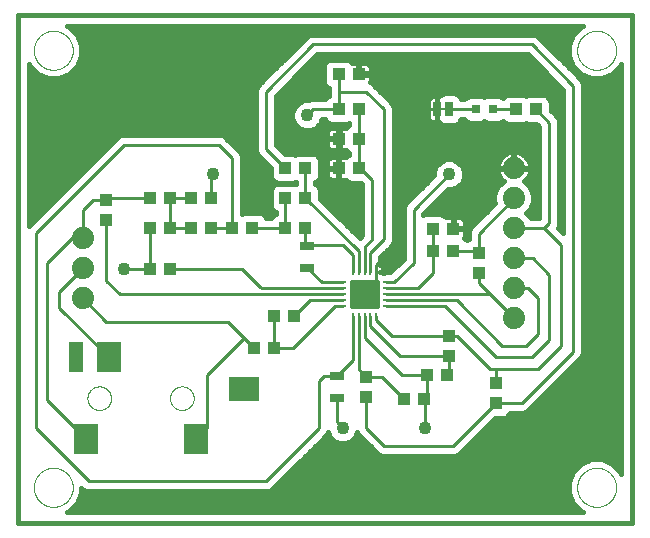
<source format=gtl>
G75*
%MOIN*%
%OFA0B0*%
%FSLAX25Y25*%
%IPPOS*%
%LPD*%
%AMOC8*
5,1,8,0,0,1.08239X$1,22.5*
%
%ADD10C,0.01600*%
%ADD11R,0.03937X0.04331*%
%ADD12R,0.04331X0.03937*%
%ADD13R,0.04724X0.03150*%
%ADD14R,0.03150X0.03150*%
%ADD15C,0.07400*%
%ADD16R,0.07874X0.09843*%
%ADD17R,0.09843X0.07874*%
%ADD18R,0.04724X0.09843*%
%ADD19C,0.00000*%
%ADD20C,0.00800*%
%ADD21R,0.02500X0.05000*%
%ADD22R,0.01969X0.00984*%
%ADD23R,0.00984X0.01969*%
%ADD24C,0.00984*%
%ADD25C,0.01000*%
%ADD26C,0.04356*%
D10*
X0001800Y0001800D02*
X0001800Y0171091D01*
X0206524Y0171091D01*
X0206524Y0001800D01*
X0001800Y0001800D01*
X0018090Y0005400D02*
X0018879Y0005727D01*
X0021495Y0008343D01*
X0022911Y0011761D01*
X0022911Y0013424D01*
X0023553Y0012782D01*
X0024766Y0012280D01*
X0085134Y0012280D01*
X0086346Y0012782D01*
X0087275Y0013710D01*
X0087275Y0013710D01*
X0104063Y0030498D01*
X0104991Y0031427D01*
X0105223Y0031985D01*
X0105848Y0030476D01*
X0107248Y0029076D01*
X0109078Y0028318D01*
X0111058Y0028318D01*
X0112887Y0029076D01*
X0114288Y0030476D01*
X0114913Y0031985D01*
X0115144Y0031427D01*
X0121050Y0025521D01*
X0121978Y0024593D01*
X0123191Y0024091D01*
X0147535Y0024091D01*
X0148748Y0024593D01*
X0160950Y0036795D01*
X0163774Y0036795D01*
X0164803Y0037222D01*
X0165591Y0038009D01*
X0165778Y0038461D01*
X0170370Y0038461D01*
X0171583Y0038963D01*
X0189637Y0057017D01*
X0190139Y0058230D01*
X0190139Y0148126D01*
X0189637Y0149339D01*
X0188709Y0150267D01*
X0188709Y0150267D01*
X0174929Y0164046D01*
X0173716Y0164549D01*
X0099569Y0164549D01*
X0098356Y0164046D01*
X0082608Y0148298D01*
X0081680Y0147370D01*
X0081177Y0146157D01*
X0081177Y0125750D01*
X0081680Y0124537D01*
X0086008Y0120209D01*
X0086008Y0117385D01*
X0086434Y0116356D01*
X0087222Y0115568D01*
X0088251Y0115142D01*
X0093696Y0115142D01*
X0094320Y0115400D01*
X0094366Y0115381D01*
X0094366Y0114597D01*
X0094320Y0114578D01*
X0093696Y0114836D01*
X0088251Y0114836D01*
X0087222Y0114410D01*
X0086434Y0113622D01*
X0086008Y0112593D01*
X0086008Y0107542D01*
X0086434Y0106513D01*
X0087222Y0105725D01*
X0087673Y0105538D01*
X0087673Y0104754D01*
X0087222Y0104567D01*
X0086434Y0103780D01*
X0086329Y0103525D01*
X0084594Y0103525D01*
X0084489Y0103780D01*
X0083701Y0104567D01*
X0082672Y0104994D01*
X0077227Y0104994D01*
X0076603Y0104735D01*
X0076557Y0104754D01*
X0076557Y0123913D01*
X0076054Y0125126D01*
X0070598Y0130582D01*
X0069386Y0131084D01*
X0036577Y0131084D01*
X0035364Y0130582D01*
X0034435Y0129654D01*
X0005836Y0101054D01*
X0005400Y0100618D01*
X0005400Y0154801D01*
X0005727Y0154012D01*
X0008343Y0151396D01*
X0011761Y0149980D01*
X0015461Y0149980D01*
X0018879Y0151396D01*
X0021495Y0154012D01*
X0022911Y0157430D01*
X0022911Y0161130D01*
X0021495Y0164548D01*
X0018879Y0167164D01*
X0018090Y0167491D01*
X0190235Y0167491D01*
X0189445Y0167164D01*
X0186829Y0164548D01*
X0185413Y0161130D01*
X0185413Y0157430D01*
X0186829Y0154012D01*
X0189445Y0151396D01*
X0192863Y0149980D01*
X0196563Y0149980D01*
X0199981Y0151396D01*
X0202598Y0154012D01*
X0202924Y0154801D01*
X0202924Y0018090D01*
X0202598Y0018879D01*
X0199981Y0021495D01*
X0196563Y0022911D01*
X0192863Y0022911D01*
X0189445Y0021495D01*
X0186829Y0018879D01*
X0185413Y0015461D01*
X0185413Y0011761D01*
X0186829Y0008343D01*
X0189445Y0005727D01*
X0190235Y0005400D01*
X0018090Y0005400D01*
X0019600Y0006448D02*
X0188724Y0006448D01*
X0187125Y0008047D02*
X0021199Y0008047D01*
X0022035Y0009645D02*
X0186290Y0009645D01*
X0185628Y0011244D02*
X0022697Y0011244D01*
X0022911Y0012842D02*
X0023492Y0012842D01*
X0086407Y0012842D02*
X0185413Y0012842D01*
X0185413Y0014441D02*
X0088005Y0014441D01*
X0089604Y0016039D02*
X0185653Y0016039D01*
X0186315Y0017638D02*
X0091202Y0017638D01*
X0092801Y0019236D02*
X0187187Y0019236D01*
X0188785Y0020835D02*
X0094399Y0020835D01*
X0095998Y0022433D02*
X0191710Y0022433D01*
X0197716Y0022433D02*
X0202924Y0022433D01*
X0202924Y0020835D02*
X0200642Y0020835D01*
X0202240Y0019236D02*
X0202924Y0019236D01*
X0202924Y0024032D02*
X0097596Y0024032D01*
X0099195Y0025630D02*
X0120941Y0025630D01*
X0121050Y0025521D02*
X0121050Y0025521D01*
X0119342Y0027229D02*
X0100793Y0027229D01*
X0102392Y0028827D02*
X0107848Y0028827D01*
X0105898Y0030426D02*
X0103990Y0030426D01*
X0112287Y0028827D02*
X0117743Y0028827D01*
X0116145Y0030426D02*
X0114237Y0030426D01*
X0149785Y0025630D02*
X0202924Y0025630D01*
X0202924Y0027229D02*
X0151384Y0027229D01*
X0152982Y0028827D02*
X0202924Y0028827D01*
X0202924Y0030426D02*
X0154581Y0030426D01*
X0156180Y0032024D02*
X0202924Y0032024D01*
X0202924Y0033623D02*
X0157778Y0033623D01*
X0159377Y0035221D02*
X0202924Y0035221D01*
X0202924Y0036820D02*
X0163834Y0036820D01*
X0165761Y0038418D02*
X0202924Y0038418D01*
X0202924Y0040017D02*
X0172637Y0040017D01*
X0174235Y0041616D02*
X0202924Y0041616D01*
X0202924Y0043214D02*
X0175834Y0043214D01*
X0177432Y0044813D02*
X0202924Y0044813D01*
X0202924Y0046411D02*
X0179031Y0046411D01*
X0180629Y0048010D02*
X0202924Y0048010D01*
X0202924Y0049608D02*
X0182228Y0049608D01*
X0183826Y0051207D02*
X0202924Y0051207D01*
X0202924Y0052805D02*
X0185425Y0052805D01*
X0187023Y0054404D02*
X0202924Y0054404D01*
X0202924Y0056002D02*
X0188622Y0056002D01*
X0189879Y0057601D02*
X0202924Y0057601D01*
X0202924Y0059199D02*
X0190139Y0059199D01*
X0190139Y0060798D02*
X0202924Y0060798D01*
X0202924Y0062396D02*
X0190139Y0062396D01*
X0190139Y0063995D02*
X0202924Y0063995D01*
X0202924Y0065593D02*
X0190139Y0065593D01*
X0190139Y0067192D02*
X0202924Y0067192D01*
X0202924Y0068790D02*
X0190139Y0068790D01*
X0190139Y0070389D02*
X0202924Y0070389D01*
X0202924Y0071987D02*
X0190139Y0071987D01*
X0190139Y0073586D02*
X0202924Y0073586D01*
X0202924Y0075184D02*
X0190139Y0075184D01*
X0190139Y0076783D02*
X0202924Y0076783D01*
X0202924Y0078381D02*
X0190139Y0078381D01*
X0190139Y0079980D02*
X0202924Y0079980D01*
X0202924Y0081578D02*
X0190139Y0081578D01*
X0190139Y0083177D02*
X0202924Y0083177D01*
X0202924Y0084775D02*
X0190139Y0084775D01*
X0190139Y0086374D02*
X0202924Y0086374D01*
X0202924Y0087972D02*
X0190139Y0087972D01*
X0190139Y0089571D02*
X0202924Y0089571D01*
X0202924Y0091169D02*
X0190139Y0091169D01*
X0190139Y0092768D02*
X0202924Y0092768D01*
X0202924Y0094366D02*
X0190139Y0094366D01*
X0190139Y0095965D02*
X0202924Y0095965D01*
X0202924Y0097563D02*
X0190139Y0097563D01*
X0190139Y0099162D02*
X0202924Y0099162D01*
X0202924Y0100760D02*
X0190139Y0100760D01*
X0190139Y0102359D02*
X0202924Y0102359D01*
X0202924Y0103957D02*
X0190139Y0103957D01*
X0190139Y0105556D02*
X0202924Y0105556D01*
X0202924Y0107154D02*
X0190139Y0107154D01*
X0190139Y0108753D02*
X0202924Y0108753D01*
X0202924Y0110351D02*
X0190139Y0110351D01*
X0190139Y0111950D02*
X0202924Y0111950D01*
X0202924Y0113549D02*
X0190139Y0113549D01*
X0190139Y0115147D02*
X0202924Y0115147D01*
X0202924Y0116746D02*
X0190139Y0116746D01*
X0190139Y0118344D02*
X0202924Y0118344D01*
X0202924Y0119943D02*
X0190139Y0119943D01*
X0190139Y0121541D02*
X0202924Y0121541D01*
X0202924Y0123140D02*
X0190139Y0123140D01*
X0190139Y0124738D02*
X0202924Y0124738D01*
X0202924Y0126337D02*
X0190139Y0126337D01*
X0190139Y0127935D02*
X0202924Y0127935D01*
X0202924Y0129534D02*
X0190139Y0129534D01*
X0190139Y0131132D02*
X0202924Y0131132D01*
X0202924Y0132731D02*
X0190139Y0132731D01*
X0190139Y0134329D02*
X0202924Y0134329D01*
X0202924Y0135928D02*
X0190139Y0135928D01*
X0190139Y0137526D02*
X0202924Y0137526D01*
X0202924Y0139125D02*
X0190139Y0139125D01*
X0190139Y0140723D02*
X0202924Y0140723D01*
X0202924Y0142322D02*
X0190139Y0142322D01*
X0190139Y0143920D02*
X0202924Y0143920D01*
X0202924Y0145519D02*
X0190139Y0145519D01*
X0190139Y0147117D02*
X0202924Y0147117D01*
X0202924Y0148716D02*
X0189895Y0148716D01*
X0188661Y0150314D02*
X0192057Y0150314D01*
X0188929Y0151913D02*
X0187063Y0151913D01*
X0187330Y0153511D02*
X0185464Y0153511D01*
X0186375Y0155110D02*
X0183866Y0155110D01*
X0182267Y0156708D02*
X0185712Y0156708D01*
X0185413Y0158307D02*
X0180669Y0158307D01*
X0179070Y0159905D02*
X0185413Y0159905D01*
X0185568Y0161504D02*
X0177472Y0161504D01*
X0175873Y0163102D02*
X0186230Y0163102D01*
X0186982Y0164701D02*
X0021343Y0164701D01*
X0022094Y0163102D02*
X0097412Y0163102D01*
X0095813Y0161504D02*
X0022756Y0161504D01*
X0022911Y0159905D02*
X0094215Y0159905D01*
X0092616Y0158307D02*
X0022911Y0158307D01*
X0022612Y0156708D02*
X0091018Y0156708D01*
X0089419Y0155110D02*
X0021950Y0155110D01*
X0020994Y0153511D02*
X0087821Y0153511D01*
X0086222Y0151913D02*
X0019396Y0151913D01*
X0016267Y0150314D02*
X0084624Y0150314D01*
X0083025Y0148716D02*
X0005400Y0148716D01*
X0005400Y0150314D02*
X0010955Y0150314D01*
X0007826Y0151913D02*
X0005400Y0151913D01*
X0005400Y0153511D02*
X0006228Y0153511D01*
X0005400Y0147117D02*
X0081575Y0147117D01*
X0081177Y0145519D02*
X0005400Y0145519D01*
X0005400Y0143920D02*
X0081177Y0143920D01*
X0081177Y0142322D02*
X0005400Y0142322D01*
X0005400Y0140723D02*
X0081177Y0140723D01*
X0081177Y0139125D02*
X0005400Y0139125D01*
X0005400Y0137526D02*
X0081177Y0137526D01*
X0081177Y0135928D02*
X0005400Y0135928D01*
X0005400Y0134329D02*
X0081177Y0134329D01*
X0081177Y0132731D02*
X0005400Y0132731D01*
X0005400Y0131132D02*
X0081177Y0131132D01*
X0081177Y0129534D02*
X0071647Y0129534D01*
X0073245Y0127935D02*
X0081177Y0127935D01*
X0081177Y0126337D02*
X0074844Y0126337D01*
X0076215Y0124738D02*
X0081596Y0124738D01*
X0083077Y0123140D02*
X0076557Y0123140D01*
X0076557Y0121541D02*
X0084675Y0121541D01*
X0086008Y0119943D02*
X0076557Y0119943D01*
X0076557Y0118344D02*
X0086008Y0118344D01*
X0086273Y0116746D02*
X0076557Y0116746D01*
X0076557Y0115147D02*
X0088238Y0115147D01*
X0086404Y0113549D02*
X0076557Y0113549D01*
X0076557Y0111950D02*
X0086008Y0111950D01*
X0086008Y0110351D02*
X0076557Y0110351D01*
X0076557Y0108753D02*
X0086008Y0108753D01*
X0086168Y0107154D02*
X0076557Y0107154D01*
X0076557Y0105556D02*
X0087631Y0105556D01*
X0086612Y0103957D02*
X0084311Y0103957D01*
X0093708Y0115147D02*
X0094366Y0115147D01*
X0100966Y0115147D02*
X0112669Y0115147D01*
X0112682Y0115142D02*
X0116075Y0115142D01*
X0116610Y0114606D01*
X0116610Y0097655D01*
X0115678Y0096723D01*
X0102631Y0109769D01*
X0102631Y0112593D01*
X0102205Y0113622D01*
X0101418Y0114410D01*
X0100966Y0114597D01*
X0100966Y0115381D01*
X0101418Y0115568D01*
X0102205Y0116356D01*
X0102631Y0117385D01*
X0102631Y0122436D01*
X0102205Y0123465D01*
X0101418Y0124252D01*
X0100388Y0124679D01*
X0094944Y0124679D01*
X0094320Y0124420D01*
X0093696Y0124679D01*
X0090872Y0124679D01*
X0087777Y0127773D01*
X0087777Y0144134D01*
X0101592Y0157949D01*
X0171693Y0157949D01*
X0183539Y0146102D01*
X0183539Y0098350D01*
X0181878Y0100011D01*
X0182265Y0100946D01*
X0182265Y0135724D01*
X0181763Y0136937D01*
X0179403Y0139297D01*
X0179403Y0142121D01*
X0178977Y0143150D01*
X0178189Y0143938D01*
X0177160Y0144364D01*
X0171715Y0144364D01*
X0171091Y0144105D01*
X0170467Y0144364D01*
X0165023Y0144364D01*
X0163993Y0143938D01*
X0163513Y0143457D01*
X0163425Y0143544D01*
X0162396Y0143970D01*
X0158133Y0143970D01*
X0157312Y0143630D01*
X0156491Y0143970D01*
X0152227Y0143970D01*
X0151198Y0143544D01*
X0150550Y0142895D01*
X0149482Y0142895D01*
X0149156Y0143681D01*
X0148368Y0144469D01*
X0147339Y0144895D01*
X0143725Y0144895D01*
X0142696Y0144469D01*
X0142122Y0143895D01*
X0141532Y0143895D01*
X0140045Y0143895D01*
X0139588Y0143773D01*
X0139177Y0143536D01*
X0138842Y0143200D01*
X0138605Y0142790D01*
X0138482Y0142332D01*
X0138482Y0139595D01*
X0138482Y0136858D01*
X0138605Y0136400D01*
X0138842Y0135990D01*
X0139177Y0135655D01*
X0139588Y0135418D01*
X0140045Y0135295D01*
X0141532Y0135295D01*
X0141532Y0136395D01*
X0141532Y0136395D01*
X0141532Y0135295D01*
X0142122Y0135295D01*
X0142696Y0134722D01*
X0143725Y0134295D01*
X0147339Y0134295D01*
X0148368Y0134722D01*
X0149156Y0135509D01*
X0149482Y0136295D01*
X0150550Y0136295D01*
X0151198Y0135647D01*
X0152227Y0135220D01*
X0156491Y0135220D01*
X0157312Y0135561D01*
X0158133Y0135220D01*
X0162396Y0135220D01*
X0163425Y0135647D01*
X0163513Y0135734D01*
X0163993Y0135253D01*
X0165023Y0134827D01*
X0170467Y0134827D01*
X0171091Y0135085D01*
X0171715Y0134827D01*
X0174539Y0134827D01*
X0175665Y0133701D01*
X0175665Y0103230D01*
X0172776Y0103230D01*
X0172618Y0103612D01*
X0171300Y0104930D01*
X0172618Y0106248D01*
X0173607Y0108637D01*
X0173607Y0111223D01*
X0172618Y0113612D01*
X0170789Y0115440D01*
X0170468Y0115573D01*
X0170690Y0115734D01*
X0171302Y0116347D01*
X0171811Y0117047D01*
X0172204Y0117818D01*
X0172472Y0118642D01*
X0172607Y0119497D01*
X0172607Y0119730D01*
X0167307Y0119730D01*
X0167307Y0120130D01*
X0166907Y0120130D01*
X0166907Y0125430D01*
X0166674Y0125430D01*
X0165819Y0125294D01*
X0164996Y0125027D01*
X0164225Y0124634D01*
X0163524Y0124125D01*
X0162912Y0123513D01*
X0162403Y0122812D01*
X0162010Y0122041D01*
X0161743Y0121218D01*
X0161607Y0120362D01*
X0161607Y0120130D01*
X0166907Y0120130D01*
X0166907Y0119730D01*
X0161607Y0119730D01*
X0161607Y0119497D01*
X0161743Y0118642D01*
X0162010Y0117818D01*
X0162403Y0117047D01*
X0162912Y0116347D01*
X0163524Y0115734D01*
X0163746Y0115573D01*
X0163425Y0115440D01*
X0161597Y0113612D01*
X0160607Y0111223D01*
X0160607Y0108637D01*
X0160766Y0108255D01*
X0152546Y0100035D01*
X0152043Y0098822D01*
X0152043Y0096405D01*
X0151789Y0096300D01*
X0151406Y0095917D01*
X0150630Y0096693D01*
X0150484Y0096754D01*
X0150702Y0097132D01*
X0150825Y0097590D01*
X0150825Y0099611D01*
X0147044Y0099611D01*
X0147044Y0099979D01*
X0150825Y0099979D01*
X0150825Y0102001D01*
X0150702Y0102458D01*
X0150465Y0102869D01*
X0150130Y0103204D01*
X0149719Y0103441D01*
X0149262Y0103564D01*
X0147044Y0103564D01*
X0147044Y0099979D01*
X0146675Y0099979D01*
X0146675Y0103564D01*
X0144492Y0103564D01*
X0143918Y0104137D01*
X0142889Y0104564D01*
X0137444Y0104564D01*
X0136990Y0104375D01*
X0136990Y0104764D01*
X0145190Y0112964D01*
X0146491Y0112964D01*
X0148321Y0113722D01*
X0149721Y0115122D01*
X0150479Y0116952D01*
X0150479Y0118932D01*
X0149721Y0120762D01*
X0148321Y0122162D01*
X0146491Y0122920D01*
X0144511Y0122920D01*
X0142681Y0122162D01*
X0141281Y0120762D01*
X0140523Y0118932D01*
X0140523Y0117631D01*
X0130892Y0108000D01*
X0130390Y0106787D01*
X0130390Y0089781D01*
X0125839Y0085230D01*
X0123998Y0085230D01*
X0123979Y0085222D01*
X0123600Y0085222D01*
X0123600Y0085276D01*
X0122639Y0085276D01*
X0122639Y0085276D01*
X0123600Y0085276D01*
X0123600Y0086498D01*
X0123477Y0086955D01*
X0123240Y0087366D01*
X0122905Y0087701D01*
X0122639Y0087854D01*
X0122639Y0090413D01*
X0125717Y0093491D01*
X0126645Y0094419D01*
X0127147Y0095632D01*
X0127147Y0140252D01*
X0126645Y0141465D01*
X0125717Y0142393D01*
X0125717Y0142393D01*
X0119811Y0148298D01*
X0119131Y0148580D01*
X0119225Y0148743D01*
X0119348Y0149201D01*
X0119348Y0151222D01*
X0115567Y0151222D01*
X0115567Y0151591D01*
X0115198Y0151591D01*
X0115198Y0155175D01*
X0113015Y0155175D01*
X0112441Y0155749D01*
X0111412Y0156175D01*
X0105967Y0156175D01*
X0104938Y0155749D01*
X0104151Y0154961D01*
X0103724Y0153932D01*
X0103724Y0148881D01*
X0104151Y0147852D01*
X0104938Y0147064D01*
X0105390Y0146877D01*
X0105390Y0144124D01*
X0104938Y0143938D01*
X0104151Y0143150D01*
X0104045Y0142895D01*
X0099569Y0142895D01*
X0098867Y0142605D01*
X0097267Y0142605D01*
X0095437Y0141847D01*
X0094037Y0140447D01*
X0093279Y0138617D01*
X0093279Y0136637D01*
X0094037Y0134807D01*
X0095437Y0133407D01*
X0097267Y0132649D01*
X0099247Y0132649D01*
X0101076Y0133407D01*
X0102477Y0134807D01*
X0103093Y0136295D01*
X0104045Y0136295D01*
X0104151Y0136041D01*
X0104938Y0135253D01*
X0105967Y0134827D01*
X0111412Y0134827D01*
X0112036Y0135085D01*
X0112083Y0135066D01*
X0112083Y0134226D01*
X0111766Y0134095D01*
X0111193Y0133521D01*
X0109009Y0133521D01*
X0109009Y0129937D01*
X0108641Y0129937D01*
X0108641Y0133521D01*
X0106423Y0133521D01*
X0105965Y0133399D01*
X0105554Y0133162D01*
X0105219Y0132826D01*
X0104982Y0132416D01*
X0104860Y0131958D01*
X0104860Y0129937D01*
X0108641Y0129937D01*
X0108641Y0129568D01*
X0109009Y0129568D01*
X0109009Y0125984D01*
X0111193Y0125984D01*
X0111766Y0125411D01*
X0112218Y0125224D01*
X0112218Y0124486D01*
X0111653Y0124252D01*
X0111079Y0123679D01*
X0108896Y0123679D01*
X0108896Y0120095D01*
X0108527Y0120095D01*
X0108527Y0123679D01*
X0106309Y0123679D01*
X0105852Y0123556D01*
X0105441Y0123319D01*
X0105106Y0122984D01*
X0104869Y0122574D01*
X0104746Y0122116D01*
X0104746Y0120094D01*
X0108527Y0120094D01*
X0108527Y0119726D01*
X0104746Y0119726D01*
X0104746Y0117705D01*
X0104869Y0117247D01*
X0105106Y0116837D01*
X0105441Y0116501D01*
X0105852Y0116264D01*
X0106309Y0116142D01*
X0108527Y0116142D01*
X0108527Y0119726D01*
X0108896Y0119726D01*
X0108896Y0116142D01*
X0111079Y0116142D01*
X0111653Y0115568D01*
X0112682Y0115142D01*
X0116610Y0113549D02*
X0102236Y0113549D01*
X0102631Y0111950D02*
X0116610Y0111950D01*
X0116610Y0110351D02*
X0102631Y0110351D01*
X0103648Y0108753D02*
X0116610Y0108753D01*
X0116610Y0107154D02*
X0105246Y0107154D01*
X0106845Y0105556D02*
X0116610Y0105556D01*
X0116610Y0103957D02*
X0108443Y0103957D01*
X0110042Y0102359D02*
X0116610Y0102359D01*
X0116610Y0100760D02*
X0111640Y0100760D01*
X0113239Y0099162D02*
X0116610Y0099162D01*
X0116519Y0097563D02*
X0114837Y0097563D01*
X0123395Y0091169D02*
X0130390Y0091169D01*
X0130390Y0092768D02*
X0124994Y0092768D01*
X0126592Y0094366D02*
X0130390Y0094366D01*
X0130390Y0095965D02*
X0127147Y0095965D01*
X0127147Y0097563D02*
X0130390Y0097563D01*
X0130390Y0099162D02*
X0127147Y0099162D01*
X0127147Y0100760D02*
X0130390Y0100760D01*
X0130390Y0102359D02*
X0127147Y0102359D01*
X0127147Y0103957D02*
X0130390Y0103957D01*
X0130390Y0105556D02*
X0127147Y0105556D01*
X0127147Y0107154D02*
X0130542Y0107154D01*
X0131645Y0108753D02*
X0127147Y0108753D01*
X0127147Y0110351D02*
X0133244Y0110351D01*
X0134842Y0111950D02*
X0127147Y0111950D01*
X0127147Y0113549D02*
X0136441Y0113549D01*
X0138039Y0115147D02*
X0127147Y0115147D01*
X0127147Y0116746D02*
X0139638Y0116746D01*
X0140523Y0118344D02*
X0127147Y0118344D01*
X0127147Y0119943D02*
X0140941Y0119943D01*
X0142060Y0121541D02*
X0127147Y0121541D01*
X0127147Y0123140D02*
X0162641Y0123140D01*
X0161848Y0121541D02*
X0148941Y0121541D01*
X0150060Y0119943D02*
X0166907Y0119943D01*
X0167307Y0119943D02*
X0175665Y0119943D01*
X0175665Y0121541D02*
X0172367Y0121541D01*
X0172472Y0121218D02*
X0172204Y0122041D01*
X0171811Y0122812D01*
X0171302Y0123513D01*
X0170690Y0124125D01*
X0169990Y0124634D01*
X0169219Y0125027D01*
X0168395Y0125294D01*
X0167540Y0125430D01*
X0167307Y0125430D01*
X0167307Y0120130D01*
X0172607Y0120130D01*
X0172607Y0120362D01*
X0172472Y0121218D01*
X0171573Y0123140D02*
X0175665Y0123140D01*
X0175665Y0124738D02*
X0169785Y0124738D01*
X0167307Y0124738D02*
X0166907Y0124738D01*
X0166907Y0123140D02*
X0167307Y0123140D01*
X0167307Y0121541D02*
X0166907Y0121541D01*
X0164430Y0124738D02*
X0127147Y0124738D01*
X0127147Y0126337D02*
X0175665Y0126337D01*
X0175665Y0127935D02*
X0127147Y0127935D01*
X0127147Y0129534D02*
X0175665Y0129534D01*
X0175665Y0131132D02*
X0127147Y0131132D01*
X0127147Y0132731D02*
X0175665Y0132731D01*
X0175037Y0134329D02*
X0147421Y0134329D01*
X0149329Y0135928D02*
X0150917Y0135928D01*
X0143644Y0134329D02*
X0127147Y0134329D01*
X0127147Y0135928D02*
X0138904Y0135928D01*
X0138482Y0137526D02*
X0127147Y0137526D01*
X0127147Y0139125D02*
X0138482Y0139125D01*
X0138482Y0139595D02*
X0138832Y0139595D01*
X0138832Y0139595D01*
X0138482Y0139595D01*
X0138482Y0140723D02*
X0126952Y0140723D01*
X0125788Y0142322D02*
X0138482Y0142322D01*
X0141532Y0142795D02*
X0141532Y0143895D01*
X0141532Y0142795D01*
X0141532Y0142795D01*
X0142147Y0143920D02*
X0124189Y0143920D01*
X0122591Y0145519D02*
X0183539Y0145519D01*
X0183539Y0143920D02*
X0178206Y0143920D01*
X0179320Y0142322D02*
X0183539Y0142322D01*
X0183539Y0140723D02*
X0179403Y0140723D01*
X0179575Y0139125D02*
X0183539Y0139125D01*
X0183539Y0137526D02*
X0181174Y0137526D01*
X0182181Y0135928D02*
X0183539Y0135928D01*
X0183539Y0134329D02*
X0182265Y0134329D01*
X0182265Y0132731D02*
X0183539Y0132731D01*
X0183539Y0131132D02*
X0182265Y0131132D01*
X0182265Y0129534D02*
X0183539Y0129534D01*
X0183539Y0127935D02*
X0182265Y0127935D01*
X0182265Y0126337D02*
X0183539Y0126337D01*
X0183539Y0124738D02*
X0182265Y0124738D01*
X0182265Y0123140D02*
X0183539Y0123140D01*
X0183539Y0121541D02*
X0182265Y0121541D01*
X0182265Y0119943D02*
X0183539Y0119943D01*
X0183539Y0118344D02*
X0182265Y0118344D01*
X0182265Y0116746D02*
X0183539Y0116746D01*
X0183539Y0115147D02*
X0182265Y0115147D01*
X0182265Y0113549D02*
X0183539Y0113549D01*
X0183539Y0111950D02*
X0182265Y0111950D01*
X0182265Y0110351D02*
X0183539Y0110351D01*
X0183539Y0108753D02*
X0182265Y0108753D01*
X0182265Y0107154D02*
X0183539Y0107154D01*
X0183539Y0105556D02*
X0182265Y0105556D01*
X0182265Y0103957D02*
X0183539Y0103957D01*
X0183539Y0102359D02*
X0182265Y0102359D01*
X0182188Y0100760D02*
X0183539Y0100760D01*
X0183539Y0099162D02*
X0182727Y0099162D01*
X0175665Y0103957D02*
X0172272Y0103957D01*
X0171926Y0105556D02*
X0175665Y0105556D01*
X0175665Y0107154D02*
X0172993Y0107154D01*
X0173607Y0108753D02*
X0175665Y0108753D01*
X0175665Y0110351D02*
X0173607Y0110351D01*
X0173306Y0111950D02*
X0175665Y0111950D01*
X0175665Y0113549D02*
X0172644Y0113549D01*
X0171082Y0115147D02*
X0175665Y0115147D01*
X0175665Y0116746D02*
X0171592Y0116746D01*
X0172375Y0118344D02*
X0175665Y0118344D01*
X0163132Y0115147D02*
X0149731Y0115147D01*
X0150393Y0116746D02*
X0162622Y0116746D01*
X0161839Y0118344D02*
X0150479Y0118344D01*
X0147903Y0113549D02*
X0161571Y0113549D01*
X0160909Y0111950D02*
X0144176Y0111950D01*
X0142577Y0110351D02*
X0160607Y0110351D01*
X0160607Y0108753D02*
X0140979Y0108753D01*
X0139380Y0107154D02*
X0159665Y0107154D01*
X0158067Y0105556D02*
X0137782Y0105556D01*
X0144098Y0103957D02*
X0156468Y0103957D01*
X0154870Y0102359D02*
X0150729Y0102359D01*
X0150825Y0100760D02*
X0153271Y0100760D01*
X0152184Y0099162D02*
X0150825Y0099162D01*
X0150818Y0097563D02*
X0152043Y0097563D01*
X0151454Y0095965D02*
X0151359Y0095965D01*
X0147044Y0100760D02*
X0146675Y0100760D01*
X0146675Y0102359D02*
X0147044Y0102359D01*
X0130180Y0089571D02*
X0122639Y0089571D01*
X0122639Y0087972D02*
X0128581Y0087972D01*
X0126983Y0086374D02*
X0123600Y0086374D01*
X0108896Y0116746D02*
X0108527Y0116746D01*
X0108527Y0118344D02*
X0108896Y0118344D01*
X0108527Y0119943D02*
X0102631Y0119943D01*
X0102631Y0121541D02*
X0104746Y0121541D01*
X0105262Y0123140D02*
X0102340Y0123140D01*
X0105554Y0126344D02*
X0105965Y0126107D01*
X0106423Y0125984D01*
X0108641Y0125984D01*
X0108641Y0129568D01*
X0104860Y0129568D01*
X0104860Y0127547D01*
X0104982Y0127089D01*
X0105219Y0126679D01*
X0105554Y0126344D01*
X0105567Y0126337D02*
X0089214Y0126337D01*
X0087777Y0127935D02*
X0104860Y0127935D01*
X0104860Y0129534D02*
X0087777Y0129534D01*
X0087777Y0131132D02*
X0104860Y0131132D01*
X0105164Y0132731D02*
X0099444Y0132731D01*
X0097069Y0132731D02*
X0087777Y0132731D01*
X0087777Y0134329D02*
X0094514Y0134329D01*
X0093572Y0135928D02*
X0087777Y0135928D01*
X0087777Y0137526D02*
X0093279Y0137526D01*
X0093489Y0139125D02*
X0087777Y0139125D01*
X0087777Y0140723D02*
X0094313Y0140723D01*
X0096583Y0142322D02*
X0087777Y0142322D01*
X0087777Y0143920D02*
X0104921Y0143920D01*
X0105390Y0145519D02*
X0089162Y0145519D01*
X0090761Y0147117D02*
X0104885Y0147117D01*
X0103793Y0148716D02*
X0092359Y0148716D01*
X0093958Y0150314D02*
X0103724Y0150314D01*
X0103724Y0151913D02*
X0095556Y0151913D01*
X0097155Y0153511D02*
X0103724Y0153511D01*
X0104300Y0155110D02*
X0098753Y0155110D01*
X0100352Y0156708D02*
X0172933Y0156708D01*
X0174532Y0155110D02*
X0118028Y0155110D01*
X0118243Y0155052D02*
X0117785Y0155175D01*
X0115567Y0155175D01*
X0115567Y0151591D01*
X0119348Y0151591D01*
X0119348Y0153612D01*
X0119225Y0154070D01*
X0118988Y0154480D01*
X0118653Y0154815D01*
X0118243Y0155052D01*
X0119348Y0153511D02*
X0176130Y0153511D01*
X0177729Y0151913D02*
X0119348Y0151913D01*
X0119348Y0150314D02*
X0179327Y0150314D01*
X0180926Y0148716D02*
X0119210Y0148716D01*
X0120992Y0147117D02*
X0182525Y0147117D01*
X0197370Y0150314D02*
X0202924Y0150314D01*
X0202924Y0151913D02*
X0200498Y0151913D01*
X0202097Y0153511D02*
X0202924Y0153511D01*
X0188580Y0166299D02*
X0019744Y0166299D01*
X0005400Y0129534D02*
X0034316Y0129534D01*
X0034435Y0129654D02*
X0034435Y0129654D01*
X0032717Y0127935D02*
X0005400Y0127935D01*
X0005400Y0126337D02*
X0031119Y0126337D01*
X0029520Y0124738D02*
X0005400Y0124738D01*
X0005400Y0123140D02*
X0027922Y0123140D01*
X0026323Y0121541D02*
X0005400Y0121541D01*
X0005400Y0119943D02*
X0024724Y0119943D01*
X0023126Y0118344D02*
X0005400Y0118344D01*
X0005400Y0116746D02*
X0021527Y0116746D01*
X0019929Y0115147D02*
X0005400Y0115147D01*
X0005400Y0113549D02*
X0018330Y0113549D01*
X0016732Y0111950D02*
X0005400Y0111950D01*
X0005400Y0110351D02*
X0015133Y0110351D01*
X0013535Y0108753D02*
X0005400Y0108753D01*
X0005400Y0107154D02*
X0011936Y0107154D01*
X0010338Y0105556D02*
X0005400Y0105556D01*
X0005400Y0103957D02*
X0008739Y0103957D01*
X0007141Y0102359D02*
X0005400Y0102359D01*
X0005836Y0101054D02*
X0005836Y0101054D01*
X0005542Y0100760D02*
X0005400Y0100760D01*
X0090812Y0124738D02*
X0112218Y0124738D01*
X0109009Y0126337D02*
X0108641Y0126337D01*
X0108641Y0127935D02*
X0109009Y0127935D01*
X0109009Y0129534D02*
X0108641Y0129534D01*
X0108641Y0131132D02*
X0109009Y0131132D01*
X0109009Y0132731D02*
X0108641Y0132731D01*
X0112083Y0134329D02*
X0101999Y0134329D01*
X0102941Y0135928D02*
X0104264Y0135928D01*
X0108527Y0123140D02*
X0108896Y0123140D01*
X0108896Y0121541D02*
X0108527Y0121541D01*
X0104746Y0118344D02*
X0102631Y0118344D01*
X0102367Y0116746D02*
X0105197Y0116746D01*
X0141564Y0133690D02*
X0141564Y0139595D01*
X0141532Y0139595D01*
X0141532Y0145469D01*
X0148917Y0143920D02*
X0152107Y0143920D01*
X0156611Y0143920D02*
X0158012Y0143920D01*
X0162517Y0143920D02*
X0163976Y0143920D01*
X0141532Y0135928D02*
X0141532Y0135928D01*
X0115567Y0151913D02*
X0115198Y0151913D01*
X0115198Y0153511D02*
X0115567Y0153511D01*
X0115567Y0155110D02*
X0115198Y0155110D01*
D11*
X0155343Y0091761D03*
X0155343Y0085068D03*
X0145501Y0064202D03*
X0145501Y0057509D03*
X0161249Y0048454D03*
X0161249Y0041761D03*
X0117942Y0043729D03*
X0117942Y0050422D03*
X0031328Y0102784D03*
X0031328Y0109477D03*
D12*
X0045698Y0110068D03*
X0052391Y0110068D03*
X0059477Y0110068D03*
X0066170Y0110068D03*
X0066170Y0100225D03*
X0059477Y0100225D03*
X0052391Y0100225D03*
X0045698Y0100225D03*
X0045698Y0086446D03*
X0052391Y0086446D03*
X0073257Y0100225D03*
X0079950Y0100225D03*
X0090973Y0100225D03*
X0097666Y0100225D03*
X0097666Y0110068D03*
X0090973Y0110068D03*
X0090973Y0119910D03*
X0097666Y0119910D03*
X0108712Y0119910D03*
X0115405Y0119910D03*
X0115518Y0129753D03*
X0108825Y0129753D03*
X0108690Y0139595D03*
X0115383Y0139595D03*
X0115383Y0151406D03*
X0108690Y0151406D03*
X0167745Y0139595D03*
X0174438Y0139595D03*
X0146859Y0099795D03*
X0140166Y0099795D03*
X0140186Y0092351D03*
X0146879Y0092351D03*
X0144910Y0051013D03*
X0138217Y0051013D03*
X0137036Y0043139D03*
X0130343Y0043139D03*
X0093729Y0070698D03*
X0087036Y0070698D03*
X0087333Y0059932D03*
X0080640Y0059932D03*
D13*
X0108099Y0050619D03*
X0108099Y0043532D03*
X0098257Y0086839D03*
X0098257Y0093926D03*
D14*
X0154359Y0139595D03*
X0160265Y0139595D03*
D15*
X0167107Y0119930D03*
X0167107Y0109930D03*
X0167107Y0099930D03*
X0167107Y0089930D03*
X0167107Y0079930D03*
X0167107Y0069930D03*
X0023454Y0076603D03*
X0023454Y0086603D03*
X0023454Y0096603D03*
D16*
X0032070Y0056906D03*
X0024590Y0029741D03*
X0061204Y0029741D03*
D17*
X0077149Y0046276D03*
D18*
X0021046Y0056906D03*
D19*
X0024983Y0043324D02*
X0024985Y0043449D01*
X0024991Y0043574D01*
X0025001Y0043698D01*
X0025015Y0043822D01*
X0025032Y0043946D01*
X0025054Y0044069D01*
X0025080Y0044191D01*
X0025109Y0044313D01*
X0025142Y0044433D01*
X0025180Y0044552D01*
X0025220Y0044671D01*
X0025265Y0044787D01*
X0025313Y0044902D01*
X0025365Y0045016D01*
X0025421Y0045128D01*
X0025480Y0045238D01*
X0025542Y0045346D01*
X0025608Y0045453D01*
X0025677Y0045557D01*
X0025750Y0045658D01*
X0025825Y0045758D01*
X0025904Y0045855D01*
X0025986Y0045949D01*
X0026071Y0046041D01*
X0026158Y0046130D01*
X0026249Y0046216D01*
X0026342Y0046299D01*
X0026438Y0046380D01*
X0026536Y0046457D01*
X0026636Y0046531D01*
X0026739Y0046602D01*
X0026844Y0046669D01*
X0026952Y0046734D01*
X0027061Y0046794D01*
X0027172Y0046852D01*
X0027285Y0046905D01*
X0027399Y0046955D01*
X0027515Y0047002D01*
X0027632Y0047044D01*
X0027751Y0047083D01*
X0027871Y0047119D01*
X0027992Y0047150D01*
X0028114Y0047178D01*
X0028236Y0047201D01*
X0028360Y0047221D01*
X0028484Y0047237D01*
X0028608Y0047249D01*
X0028733Y0047257D01*
X0028858Y0047261D01*
X0028982Y0047261D01*
X0029107Y0047257D01*
X0029232Y0047249D01*
X0029356Y0047237D01*
X0029480Y0047221D01*
X0029604Y0047201D01*
X0029726Y0047178D01*
X0029848Y0047150D01*
X0029969Y0047119D01*
X0030089Y0047083D01*
X0030208Y0047044D01*
X0030325Y0047002D01*
X0030441Y0046955D01*
X0030555Y0046905D01*
X0030668Y0046852D01*
X0030779Y0046794D01*
X0030889Y0046734D01*
X0030996Y0046669D01*
X0031101Y0046602D01*
X0031204Y0046531D01*
X0031304Y0046457D01*
X0031402Y0046380D01*
X0031498Y0046299D01*
X0031591Y0046216D01*
X0031682Y0046130D01*
X0031769Y0046041D01*
X0031854Y0045949D01*
X0031936Y0045855D01*
X0032015Y0045758D01*
X0032090Y0045658D01*
X0032163Y0045557D01*
X0032232Y0045453D01*
X0032298Y0045346D01*
X0032360Y0045238D01*
X0032419Y0045128D01*
X0032475Y0045016D01*
X0032527Y0044902D01*
X0032575Y0044787D01*
X0032620Y0044671D01*
X0032660Y0044552D01*
X0032698Y0044433D01*
X0032731Y0044313D01*
X0032760Y0044191D01*
X0032786Y0044069D01*
X0032808Y0043946D01*
X0032825Y0043822D01*
X0032839Y0043698D01*
X0032849Y0043574D01*
X0032855Y0043449D01*
X0032857Y0043324D01*
X0032855Y0043199D01*
X0032849Y0043074D01*
X0032839Y0042950D01*
X0032825Y0042826D01*
X0032808Y0042702D01*
X0032786Y0042579D01*
X0032760Y0042457D01*
X0032731Y0042335D01*
X0032698Y0042215D01*
X0032660Y0042096D01*
X0032620Y0041977D01*
X0032575Y0041861D01*
X0032527Y0041746D01*
X0032475Y0041632D01*
X0032419Y0041520D01*
X0032360Y0041410D01*
X0032298Y0041302D01*
X0032232Y0041195D01*
X0032163Y0041091D01*
X0032090Y0040990D01*
X0032015Y0040890D01*
X0031936Y0040793D01*
X0031854Y0040699D01*
X0031769Y0040607D01*
X0031682Y0040518D01*
X0031591Y0040432D01*
X0031498Y0040349D01*
X0031402Y0040268D01*
X0031304Y0040191D01*
X0031204Y0040117D01*
X0031101Y0040046D01*
X0030996Y0039979D01*
X0030888Y0039914D01*
X0030779Y0039854D01*
X0030668Y0039796D01*
X0030555Y0039743D01*
X0030441Y0039693D01*
X0030325Y0039646D01*
X0030208Y0039604D01*
X0030089Y0039565D01*
X0029969Y0039529D01*
X0029848Y0039498D01*
X0029726Y0039470D01*
X0029604Y0039447D01*
X0029480Y0039427D01*
X0029356Y0039411D01*
X0029232Y0039399D01*
X0029107Y0039391D01*
X0028982Y0039387D01*
X0028858Y0039387D01*
X0028733Y0039391D01*
X0028608Y0039399D01*
X0028484Y0039411D01*
X0028360Y0039427D01*
X0028236Y0039447D01*
X0028114Y0039470D01*
X0027992Y0039498D01*
X0027871Y0039529D01*
X0027751Y0039565D01*
X0027632Y0039604D01*
X0027515Y0039646D01*
X0027399Y0039693D01*
X0027285Y0039743D01*
X0027172Y0039796D01*
X0027061Y0039854D01*
X0026951Y0039914D01*
X0026844Y0039979D01*
X0026739Y0040046D01*
X0026636Y0040117D01*
X0026536Y0040191D01*
X0026438Y0040268D01*
X0026342Y0040349D01*
X0026249Y0040432D01*
X0026158Y0040518D01*
X0026071Y0040607D01*
X0025986Y0040699D01*
X0025904Y0040793D01*
X0025825Y0040890D01*
X0025750Y0040990D01*
X0025677Y0041091D01*
X0025608Y0041195D01*
X0025542Y0041302D01*
X0025480Y0041410D01*
X0025421Y0041520D01*
X0025365Y0041632D01*
X0025313Y0041746D01*
X0025265Y0041861D01*
X0025220Y0041977D01*
X0025180Y0042096D01*
X0025142Y0042215D01*
X0025109Y0042335D01*
X0025080Y0042457D01*
X0025054Y0042579D01*
X0025032Y0042702D01*
X0025015Y0042826D01*
X0025001Y0042950D01*
X0024991Y0043074D01*
X0024985Y0043199D01*
X0024983Y0043324D01*
X0052542Y0043324D02*
X0052544Y0043449D01*
X0052550Y0043574D01*
X0052560Y0043698D01*
X0052574Y0043822D01*
X0052591Y0043946D01*
X0052613Y0044069D01*
X0052639Y0044191D01*
X0052668Y0044313D01*
X0052701Y0044433D01*
X0052739Y0044552D01*
X0052779Y0044671D01*
X0052824Y0044787D01*
X0052872Y0044902D01*
X0052924Y0045016D01*
X0052980Y0045128D01*
X0053039Y0045238D01*
X0053101Y0045346D01*
X0053167Y0045453D01*
X0053236Y0045557D01*
X0053309Y0045658D01*
X0053384Y0045758D01*
X0053463Y0045855D01*
X0053545Y0045949D01*
X0053630Y0046041D01*
X0053717Y0046130D01*
X0053808Y0046216D01*
X0053901Y0046299D01*
X0053997Y0046380D01*
X0054095Y0046457D01*
X0054195Y0046531D01*
X0054298Y0046602D01*
X0054403Y0046669D01*
X0054511Y0046734D01*
X0054620Y0046794D01*
X0054731Y0046852D01*
X0054844Y0046905D01*
X0054958Y0046955D01*
X0055074Y0047002D01*
X0055191Y0047044D01*
X0055310Y0047083D01*
X0055430Y0047119D01*
X0055551Y0047150D01*
X0055673Y0047178D01*
X0055795Y0047201D01*
X0055919Y0047221D01*
X0056043Y0047237D01*
X0056167Y0047249D01*
X0056292Y0047257D01*
X0056417Y0047261D01*
X0056541Y0047261D01*
X0056666Y0047257D01*
X0056791Y0047249D01*
X0056915Y0047237D01*
X0057039Y0047221D01*
X0057163Y0047201D01*
X0057285Y0047178D01*
X0057407Y0047150D01*
X0057528Y0047119D01*
X0057648Y0047083D01*
X0057767Y0047044D01*
X0057884Y0047002D01*
X0058000Y0046955D01*
X0058114Y0046905D01*
X0058227Y0046852D01*
X0058338Y0046794D01*
X0058448Y0046734D01*
X0058555Y0046669D01*
X0058660Y0046602D01*
X0058763Y0046531D01*
X0058863Y0046457D01*
X0058961Y0046380D01*
X0059057Y0046299D01*
X0059150Y0046216D01*
X0059241Y0046130D01*
X0059328Y0046041D01*
X0059413Y0045949D01*
X0059495Y0045855D01*
X0059574Y0045758D01*
X0059649Y0045658D01*
X0059722Y0045557D01*
X0059791Y0045453D01*
X0059857Y0045346D01*
X0059919Y0045238D01*
X0059978Y0045128D01*
X0060034Y0045016D01*
X0060086Y0044902D01*
X0060134Y0044787D01*
X0060179Y0044671D01*
X0060219Y0044552D01*
X0060257Y0044433D01*
X0060290Y0044313D01*
X0060319Y0044191D01*
X0060345Y0044069D01*
X0060367Y0043946D01*
X0060384Y0043822D01*
X0060398Y0043698D01*
X0060408Y0043574D01*
X0060414Y0043449D01*
X0060416Y0043324D01*
X0060414Y0043199D01*
X0060408Y0043074D01*
X0060398Y0042950D01*
X0060384Y0042826D01*
X0060367Y0042702D01*
X0060345Y0042579D01*
X0060319Y0042457D01*
X0060290Y0042335D01*
X0060257Y0042215D01*
X0060219Y0042096D01*
X0060179Y0041977D01*
X0060134Y0041861D01*
X0060086Y0041746D01*
X0060034Y0041632D01*
X0059978Y0041520D01*
X0059919Y0041410D01*
X0059857Y0041302D01*
X0059791Y0041195D01*
X0059722Y0041091D01*
X0059649Y0040990D01*
X0059574Y0040890D01*
X0059495Y0040793D01*
X0059413Y0040699D01*
X0059328Y0040607D01*
X0059241Y0040518D01*
X0059150Y0040432D01*
X0059057Y0040349D01*
X0058961Y0040268D01*
X0058863Y0040191D01*
X0058763Y0040117D01*
X0058660Y0040046D01*
X0058555Y0039979D01*
X0058447Y0039914D01*
X0058338Y0039854D01*
X0058227Y0039796D01*
X0058114Y0039743D01*
X0058000Y0039693D01*
X0057884Y0039646D01*
X0057767Y0039604D01*
X0057648Y0039565D01*
X0057528Y0039529D01*
X0057407Y0039498D01*
X0057285Y0039470D01*
X0057163Y0039447D01*
X0057039Y0039427D01*
X0056915Y0039411D01*
X0056791Y0039399D01*
X0056666Y0039391D01*
X0056541Y0039387D01*
X0056417Y0039387D01*
X0056292Y0039391D01*
X0056167Y0039399D01*
X0056043Y0039411D01*
X0055919Y0039427D01*
X0055795Y0039447D01*
X0055673Y0039470D01*
X0055551Y0039498D01*
X0055430Y0039529D01*
X0055310Y0039565D01*
X0055191Y0039604D01*
X0055074Y0039646D01*
X0054958Y0039693D01*
X0054844Y0039743D01*
X0054731Y0039796D01*
X0054620Y0039854D01*
X0054510Y0039914D01*
X0054403Y0039979D01*
X0054298Y0040046D01*
X0054195Y0040117D01*
X0054095Y0040191D01*
X0053997Y0040268D01*
X0053901Y0040349D01*
X0053808Y0040432D01*
X0053717Y0040518D01*
X0053630Y0040607D01*
X0053545Y0040699D01*
X0053463Y0040793D01*
X0053384Y0040890D01*
X0053309Y0040990D01*
X0053236Y0041091D01*
X0053167Y0041195D01*
X0053101Y0041302D01*
X0053039Y0041410D01*
X0052980Y0041520D01*
X0052924Y0041632D01*
X0052872Y0041746D01*
X0052824Y0041861D01*
X0052779Y0041977D01*
X0052739Y0042096D01*
X0052701Y0042215D01*
X0052668Y0042335D01*
X0052639Y0042457D01*
X0052613Y0042579D01*
X0052591Y0042702D01*
X0052574Y0042826D01*
X0052560Y0042950D01*
X0052550Y0043074D01*
X0052544Y0043199D01*
X0052542Y0043324D01*
X0007111Y0013611D02*
X0007113Y0013772D01*
X0007119Y0013932D01*
X0007129Y0014093D01*
X0007143Y0014253D01*
X0007161Y0014413D01*
X0007182Y0014572D01*
X0007208Y0014731D01*
X0007238Y0014889D01*
X0007271Y0015046D01*
X0007309Y0015203D01*
X0007350Y0015358D01*
X0007395Y0015512D01*
X0007444Y0015665D01*
X0007497Y0015817D01*
X0007553Y0015968D01*
X0007614Y0016117D01*
X0007677Y0016265D01*
X0007745Y0016411D01*
X0007816Y0016555D01*
X0007890Y0016697D01*
X0007968Y0016838D01*
X0008050Y0016976D01*
X0008135Y0017113D01*
X0008223Y0017247D01*
X0008315Y0017379D01*
X0008410Y0017509D01*
X0008508Y0017637D01*
X0008609Y0017762D01*
X0008713Y0017884D01*
X0008820Y0018004D01*
X0008930Y0018121D01*
X0009043Y0018236D01*
X0009159Y0018347D01*
X0009278Y0018456D01*
X0009399Y0018561D01*
X0009523Y0018664D01*
X0009649Y0018764D01*
X0009777Y0018860D01*
X0009908Y0018953D01*
X0010042Y0019043D01*
X0010177Y0019130D01*
X0010315Y0019213D01*
X0010454Y0019293D01*
X0010596Y0019369D01*
X0010739Y0019442D01*
X0010884Y0019511D01*
X0011031Y0019577D01*
X0011179Y0019639D01*
X0011329Y0019697D01*
X0011480Y0019752D01*
X0011633Y0019803D01*
X0011787Y0019850D01*
X0011942Y0019893D01*
X0012098Y0019932D01*
X0012254Y0019968D01*
X0012412Y0019999D01*
X0012570Y0020027D01*
X0012729Y0020051D01*
X0012889Y0020071D01*
X0013049Y0020087D01*
X0013209Y0020099D01*
X0013370Y0020107D01*
X0013531Y0020111D01*
X0013691Y0020111D01*
X0013852Y0020107D01*
X0014013Y0020099D01*
X0014173Y0020087D01*
X0014333Y0020071D01*
X0014493Y0020051D01*
X0014652Y0020027D01*
X0014810Y0019999D01*
X0014968Y0019968D01*
X0015124Y0019932D01*
X0015280Y0019893D01*
X0015435Y0019850D01*
X0015589Y0019803D01*
X0015742Y0019752D01*
X0015893Y0019697D01*
X0016043Y0019639D01*
X0016191Y0019577D01*
X0016338Y0019511D01*
X0016483Y0019442D01*
X0016626Y0019369D01*
X0016768Y0019293D01*
X0016907Y0019213D01*
X0017045Y0019130D01*
X0017180Y0019043D01*
X0017314Y0018953D01*
X0017445Y0018860D01*
X0017573Y0018764D01*
X0017699Y0018664D01*
X0017823Y0018561D01*
X0017944Y0018456D01*
X0018063Y0018347D01*
X0018179Y0018236D01*
X0018292Y0018121D01*
X0018402Y0018004D01*
X0018509Y0017884D01*
X0018613Y0017762D01*
X0018714Y0017637D01*
X0018812Y0017509D01*
X0018907Y0017379D01*
X0018999Y0017247D01*
X0019087Y0017113D01*
X0019172Y0016976D01*
X0019254Y0016838D01*
X0019332Y0016697D01*
X0019406Y0016555D01*
X0019477Y0016411D01*
X0019545Y0016265D01*
X0019608Y0016117D01*
X0019669Y0015968D01*
X0019725Y0015817D01*
X0019778Y0015665D01*
X0019827Y0015512D01*
X0019872Y0015358D01*
X0019913Y0015203D01*
X0019951Y0015046D01*
X0019984Y0014889D01*
X0020014Y0014731D01*
X0020040Y0014572D01*
X0020061Y0014413D01*
X0020079Y0014253D01*
X0020093Y0014093D01*
X0020103Y0013932D01*
X0020109Y0013772D01*
X0020111Y0013611D01*
X0020109Y0013450D01*
X0020103Y0013290D01*
X0020093Y0013129D01*
X0020079Y0012969D01*
X0020061Y0012809D01*
X0020040Y0012650D01*
X0020014Y0012491D01*
X0019984Y0012333D01*
X0019951Y0012176D01*
X0019913Y0012019D01*
X0019872Y0011864D01*
X0019827Y0011710D01*
X0019778Y0011557D01*
X0019725Y0011405D01*
X0019669Y0011254D01*
X0019608Y0011105D01*
X0019545Y0010957D01*
X0019477Y0010811D01*
X0019406Y0010667D01*
X0019332Y0010525D01*
X0019254Y0010384D01*
X0019172Y0010246D01*
X0019087Y0010109D01*
X0018999Y0009975D01*
X0018907Y0009843D01*
X0018812Y0009713D01*
X0018714Y0009585D01*
X0018613Y0009460D01*
X0018509Y0009338D01*
X0018402Y0009218D01*
X0018292Y0009101D01*
X0018179Y0008986D01*
X0018063Y0008875D01*
X0017944Y0008766D01*
X0017823Y0008661D01*
X0017699Y0008558D01*
X0017573Y0008458D01*
X0017445Y0008362D01*
X0017314Y0008269D01*
X0017180Y0008179D01*
X0017045Y0008092D01*
X0016907Y0008009D01*
X0016768Y0007929D01*
X0016626Y0007853D01*
X0016483Y0007780D01*
X0016338Y0007711D01*
X0016191Y0007645D01*
X0016043Y0007583D01*
X0015893Y0007525D01*
X0015742Y0007470D01*
X0015589Y0007419D01*
X0015435Y0007372D01*
X0015280Y0007329D01*
X0015124Y0007290D01*
X0014968Y0007254D01*
X0014810Y0007223D01*
X0014652Y0007195D01*
X0014493Y0007171D01*
X0014333Y0007151D01*
X0014173Y0007135D01*
X0014013Y0007123D01*
X0013852Y0007115D01*
X0013691Y0007111D01*
X0013531Y0007111D01*
X0013370Y0007115D01*
X0013209Y0007123D01*
X0013049Y0007135D01*
X0012889Y0007151D01*
X0012729Y0007171D01*
X0012570Y0007195D01*
X0012412Y0007223D01*
X0012254Y0007254D01*
X0012098Y0007290D01*
X0011942Y0007329D01*
X0011787Y0007372D01*
X0011633Y0007419D01*
X0011480Y0007470D01*
X0011329Y0007525D01*
X0011179Y0007583D01*
X0011031Y0007645D01*
X0010884Y0007711D01*
X0010739Y0007780D01*
X0010596Y0007853D01*
X0010454Y0007929D01*
X0010315Y0008009D01*
X0010177Y0008092D01*
X0010042Y0008179D01*
X0009908Y0008269D01*
X0009777Y0008362D01*
X0009649Y0008458D01*
X0009523Y0008558D01*
X0009399Y0008661D01*
X0009278Y0008766D01*
X0009159Y0008875D01*
X0009043Y0008986D01*
X0008930Y0009101D01*
X0008820Y0009218D01*
X0008713Y0009338D01*
X0008609Y0009460D01*
X0008508Y0009585D01*
X0008410Y0009713D01*
X0008315Y0009843D01*
X0008223Y0009975D01*
X0008135Y0010109D01*
X0008050Y0010246D01*
X0007968Y0010384D01*
X0007890Y0010525D01*
X0007816Y0010667D01*
X0007745Y0010811D01*
X0007677Y0010957D01*
X0007614Y0011105D01*
X0007553Y0011254D01*
X0007497Y0011405D01*
X0007444Y0011557D01*
X0007395Y0011710D01*
X0007350Y0011864D01*
X0007309Y0012019D01*
X0007271Y0012176D01*
X0007238Y0012333D01*
X0007208Y0012491D01*
X0007182Y0012650D01*
X0007161Y0012809D01*
X0007143Y0012969D01*
X0007129Y0013129D01*
X0007119Y0013290D01*
X0007113Y0013450D01*
X0007111Y0013611D01*
X0007111Y0159280D02*
X0007113Y0159441D01*
X0007119Y0159601D01*
X0007129Y0159762D01*
X0007143Y0159922D01*
X0007161Y0160082D01*
X0007182Y0160241D01*
X0007208Y0160400D01*
X0007238Y0160558D01*
X0007271Y0160715D01*
X0007309Y0160872D01*
X0007350Y0161027D01*
X0007395Y0161181D01*
X0007444Y0161334D01*
X0007497Y0161486D01*
X0007553Y0161637D01*
X0007614Y0161786D01*
X0007677Y0161934D01*
X0007745Y0162080D01*
X0007816Y0162224D01*
X0007890Y0162366D01*
X0007968Y0162507D01*
X0008050Y0162645D01*
X0008135Y0162782D01*
X0008223Y0162916D01*
X0008315Y0163048D01*
X0008410Y0163178D01*
X0008508Y0163306D01*
X0008609Y0163431D01*
X0008713Y0163553D01*
X0008820Y0163673D01*
X0008930Y0163790D01*
X0009043Y0163905D01*
X0009159Y0164016D01*
X0009278Y0164125D01*
X0009399Y0164230D01*
X0009523Y0164333D01*
X0009649Y0164433D01*
X0009777Y0164529D01*
X0009908Y0164622D01*
X0010042Y0164712D01*
X0010177Y0164799D01*
X0010315Y0164882D01*
X0010454Y0164962D01*
X0010596Y0165038D01*
X0010739Y0165111D01*
X0010884Y0165180D01*
X0011031Y0165246D01*
X0011179Y0165308D01*
X0011329Y0165366D01*
X0011480Y0165421D01*
X0011633Y0165472D01*
X0011787Y0165519D01*
X0011942Y0165562D01*
X0012098Y0165601D01*
X0012254Y0165637D01*
X0012412Y0165668D01*
X0012570Y0165696D01*
X0012729Y0165720D01*
X0012889Y0165740D01*
X0013049Y0165756D01*
X0013209Y0165768D01*
X0013370Y0165776D01*
X0013531Y0165780D01*
X0013691Y0165780D01*
X0013852Y0165776D01*
X0014013Y0165768D01*
X0014173Y0165756D01*
X0014333Y0165740D01*
X0014493Y0165720D01*
X0014652Y0165696D01*
X0014810Y0165668D01*
X0014968Y0165637D01*
X0015124Y0165601D01*
X0015280Y0165562D01*
X0015435Y0165519D01*
X0015589Y0165472D01*
X0015742Y0165421D01*
X0015893Y0165366D01*
X0016043Y0165308D01*
X0016191Y0165246D01*
X0016338Y0165180D01*
X0016483Y0165111D01*
X0016626Y0165038D01*
X0016768Y0164962D01*
X0016907Y0164882D01*
X0017045Y0164799D01*
X0017180Y0164712D01*
X0017314Y0164622D01*
X0017445Y0164529D01*
X0017573Y0164433D01*
X0017699Y0164333D01*
X0017823Y0164230D01*
X0017944Y0164125D01*
X0018063Y0164016D01*
X0018179Y0163905D01*
X0018292Y0163790D01*
X0018402Y0163673D01*
X0018509Y0163553D01*
X0018613Y0163431D01*
X0018714Y0163306D01*
X0018812Y0163178D01*
X0018907Y0163048D01*
X0018999Y0162916D01*
X0019087Y0162782D01*
X0019172Y0162645D01*
X0019254Y0162507D01*
X0019332Y0162366D01*
X0019406Y0162224D01*
X0019477Y0162080D01*
X0019545Y0161934D01*
X0019608Y0161786D01*
X0019669Y0161637D01*
X0019725Y0161486D01*
X0019778Y0161334D01*
X0019827Y0161181D01*
X0019872Y0161027D01*
X0019913Y0160872D01*
X0019951Y0160715D01*
X0019984Y0160558D01*
X0020014Y0160400D01*
X0020040Y0160241D01*
X0020061Y0160082D01*
X0020079Y0159922D01*
X0020093Y0159762D01*
X0020103Y0159601D01*
X0020109Y0159441D01*
X0020111Y0159280D01*
X0020109Y0159119D01*
X0020103Y0158959D01*
X0020093Y0158798D01*
X0020079Y0158638D01*
X0020061Y0158478D01*
X0020040Y0158319D01*
X0020014Y0158160D01*
X0019984Y0158002D01*
X0019951Y0157845D01*
X0019913Y0157688D01*
X0019872Y0157533D01*
X0019827Y0157379D01*
X0019778Y0157226D01*
X0019725Y0157074D01*
X0019669Y0156923D01*
X0019608Y0156774D01*
X0019545Y0156626D01*
X0019477Y0156480D01*
X0019406Y0156336D01*
X0019332Y0156194D01*
X0019254Y0156053D01*
X0019172Y0155915D01*
X0019087Y0155778D01*
X0018999Y0155644D01*
X0018907Y0155512D01*
X0018812Y0155382D01*
X0018714Y0155254D01*
X0018613Y0155129D01*
X0018509Y0155007D01*
X0018402Y0154887D01*
X0018292Y0154770D01*
X0018179Y0154655D01*
X0018063Y0154544D01*
X0017944Y0154435D01*
X0017823Y0154330D01*
X0017699Y0154227D01*
X0017573Y0154127D01*
X0017445Y0154031D01*
X0017314Y0153938D01*
X0017180Y0153848D01*
X0017045Y0153761D01*
X0016907Y0153678D01*
X0016768Y0153598D01*
X0016626Y0153522D01*
X0016483Y0153449D01*
X0016338Y0153380D01*
X0016191Y0153314D01*
X0016043Y0153252D01*
X0015893Y0153194D01*
X0015742Y0153139D01*
X0015589Y0153088D01*
X0015435Y0153041D01*
X0015280Y0152998D01*
X0015124Y0152959D01*
X0014968Y0152923D01*
X0014810Y0152892D01*
X0014652Y0152864D01*
X0014493Y0152840D01*
X0014333Y0152820D01*
X0014173Y0152804D01*
X0014013Y0152792D01*
X0013852Y0152784D01*
X0013691Y0152780D01*
X0013531Y0152780D01*
X0013370Y0152784D01*
X0013209Y0152792D01*
X0013049Y0152804D01*
X0012889Y0152820D01*
X0012729Y0152840D01*
X0012570Y0152864D01*
X0012412Y0152892D01*
X0012254Y0152923D01*
X0012098Y0152959D01*
X0011942Y0152998D01*
X0011787Y0153041D01*
X0011633Y0153088D01*
X0011480Y0153139D01*
X0011329Y0153194D01*
X0011179Y0153252D01*
X0011031Y0153314D01*
X0010884Y0153380D01*
X0010739Y0153449D01*
X0010596Y0153522D01*
X0010454Y0153598D01*
X0010315Y0153678D01*
X0010177Y0153761D01*
X0010042Y0153848D01*
X0009908Y0153938D01*
X0009777Y0154031D01*
X0009649Y0154127D01*
X0009523Y0154227D01*
X0009399Y0154330D01*
X0009278Y0154435D01*
X0009159Y0154544D01*
X0009043Y0154655D01*
X0008930Y0154770D01*
X0008820Y0154887D01*
X0008713Y0155007D01*
X0008609Y0155129D01*
X0008508Y0155254D01*
X0008410Y0155382D01*
X0008315Y0155512D01*
X0008223Y0155644D01*
X0008135Y0155778D01*
X0008050Y0155915D01*
X0007968Y0156053D01*
X0007890Y0156194D01*
X0007816Y0156336D01*
X0007745Y0156480D01*
X0007677Y0156626D01*
X0007614Y0156774D01*
X0007553Y0156923D01*
X0007497Y0157074D01*
X0007444Y0157226D01*
X0007395Y0157379D01*
X0007350Y0157533D01*
X0007309Y0157688D01*
X0007271Y0157845D01*
X0007238Y0158002D01*
X0007208Y0158160D01*
X0007182Y0158319D01*
X0007161Y0158478D01*
X0007143Y0158638D01*
X0007129Y0158798D01*
X0007119Y0158959D01*
X0007113Y0159119D01*
X0007111Y0159280D01*
X0188213Y0159280D02*
X0188215Y0159441D01*
X0188221Y0159601D01*
X0188231Y0159762D01*
X0188245Y0159922D01*
X0188263Y0160082D01*
X0188284Y0160241D01*
X0188310Y0160400D01*
X0188340Y0160558D01*
X0188373Y0160715D01*
X0188411Y0160872D01*
X0188452Y0161027D01*
X0188497Y0161181D01*
X0188546Y0161334D01*
X0188599Y0161486D01*
X0188655Y0161637D01*
X0188716Y0161786D01*
X0188779Y0161934D01*
X0188847Y0162080D01*
X0188918Y0162224D01*
X0188992Y0162366D01*
X0189070Y0162507D01*
X0189152Y0162645D01*
X0189237Y0162782D01*
X0189325Y0162916D01*
X0189417Y0163048D01*
X0189512Y0163178D01*
X0189610Y0163306D01*
X0189711Y0163431D01*
X0189815Y0163553D01*
X0189922Y0163673D01*
X0190032Y0163790D01*
X0190145Y0163905D01*
X0190261Y0164016D01*
X0190380Y0164125D01*
X0190501Y0164230D01*
X0190625Y0164333D01*
X0190751Y0164433D01*
X0190879Y0164529D01*
X0191010Y0164622D01*
X0191144Y0164712D01*
X0191279Y0164799D01*
X0191417Y0164882D01*
X0191556Y0164962D01*
X0191698Y0165038D01*
X0191841Y0165111D01*
X0191986Y0165180D01*
X0192133Y0165246D01*
X0192281Y0165308D01*
X0192431Y0165366D01*
X0192582Y0165421D01*
X0192735Y0165472D01*
X0192889Y0165519D01*
X0193044Y0165562D01*
X0193200Y0165601D01*
X0193356Y0165637D01*
X0193514Y0165668D01*
X0193672Y0165696D01*
X0193831Y0165720D01*
X0193991Y0165740D01*
X0194151Y0165756D01*
X0194311Y0165768D01*
X0194472Y0165776D01*
X0194633Y0165780D01*
X0194793Y0165780D01*
X0194954Y0165776D01*
X0195115Y0165768D01*
X0195275Y0165756D01*
X0195435Y0165740D01*
X0195595Y0165720D01*
X0195754Y0165696D01*
X0195912Y0165668D01*
X0196070Y0165637D01*
X0196226Y0165601D01*
X0196382Y0165562D01*
X0196537Y0165519D01*
X0196691Y0165472D01*
X0196844Y0165421D01*
X0196995Y0165366D01*
X0197145Y0165308D01*
X0197293Y0165246D01*
X0197440Y0165180D01*
X0197585Y0165111D01*
X0197728Y0165038D01*
X0197870Y0164962D01*
X0198009Y0164882D01*
X0198147Y0164799D01*
X0198282Y0164712D01*
X0198416Y0164622D01*
X0198547Y0164529D01*
X0198675Y0164433D01*
X0198801Y0164333D01*
X0198925Y0164230D01*
X0199046Y0164125D01*
X0199165Y0164016D01*
X0199281Y0163905D01*
X0199394Y0163790D01*
X0199504Y0163673D01*
X0199611Y0163553D01*
X0199715Y0163431D01*
X0199816Y0163306D01*
X0199914Y0163178D01*
X0200009Y0163048D01*
X0200101Y0162916D01*
X0200189Y0162782D01*
X0200274Y0162645D01*
X0200356Y0162507D01*
X0200434Y0162366D01*
X0200508Y0162224D01*
X0200579Y0162080D01*
X0200647Y0161934D01*
X0200710Y0161786D01*
X0200771Y0161637D01*
X0200827Y0161486D01*
X0200880Y0161334D01*
X0200929Y0161181D01*
X0200974Y0161027D01*
X0201015Y0160872D01*
X0201053Y0160715D01*
X0201086Y0160558D01*
X0201116Y0160400D01*
X0201142Y0160241D01*
X0201163Y0160082D01*
X0201181Y0159922D01*
X0201195Y0159762D01*
X0201205Y0159601D01*
X0201211Y0159441D01*
X0201213Y0159280D01*
X0201211Y0159119D01*
X0201205Y0158959D01*
X0201195Y0158798D01*
X0201181Y0158638D01*
X0201163Y0158478D01*
X0201142Y0158319D01*
X0201116Y0158160D01*
X0201086Y0158002D01*
X0201053Y0157845D01*
X0201015Y0157688D01*
X0200974Y0157533D01*
X0200929Y0157379D01*
X0200880Y0157226D01*
X0200827Y0157074D01*
X0200771Y0156923D01*
X0200710Y0156774D01*
X0200647Y0156626D01*
X0200579Y0156480D01*
X0200508Y0156336D01*
X0200434Y0156194D01*
X0200356Y0156053D01*
X0200274Y0155915D01*
X0200189Y0155778D01*
X0200101Y0155644D01*
X0200009Y0155512D01*
X0199914Y0155382D01*
X0199816Y0155254D01*
X0199715Y0155129D01*
X0199611Y0155007D01*
X0199504Y0154887D01*
X0199394Y0154770D01*
X0199281Y0154655D01*
X0199165Y0154544D01*
X0199046Y0154435D01*
X0198925Y0154330D01*
X0198801Y0154227D01*
X0198675Y0154127D01*
X0198547Y0154031D01*
X0198416Y0153938D01*
X0198282Y0153848D01*
X0198147Y0153761D01*
X0198009Y0153678D01*
X0197870Y0153598D01*
X0197728Y0153522D01*
X0197585Y0153449D01*
X0197440Y0153380D01*
X0197293Y0153314D01*
X0197145Y0153252D01*
X0196995Y0153194D01*
X0196844Y0153139D01*
X0196691Y0153088D01*
X0196537Y0153041D01*
X0196382Y0152998D01*
X0196226Y0152959D01*
X0196070Y0152923D01*
X0195912Y0152892D01*
X0195754Y0152864D01*
X0195595Y0152840D01*
X0195435Y0152820D01*
X0195275Y0152804D01*
X0195115Y0152792D01*
X0194954Y0152784D01*
X0194793Y0152780D01*
X0194633Y0152780D01*
X0194472Y0152784D01*
X0194311Y0152792D01*
X0194151Y0152804D01*
X0193991Y0152820D01*
X0193831Y0152840D01*
X0193672Y0152864D01*
X0193514Y0152892D01*
X0193356Y0152923D01*
X0193200Y0152959D01*
X0193044Y0152998D01*
X0192889Y0153041D01*
X0192735Y0153088D01*
X0192582Y0153139D01*
X0192431Y0153194D01*
X0192281Y0153252D01*
X0192133Y0153314D01*
X0191986Y0153380D01*
X0191841Y0153449D01*
X0191698Y0153522D01*
X0191556Y0153598D01*
X0191417Y0153678D01*
X0191279Y0153761D01*
X0191144Y0153848D01*
X0191010Y0153938D01*
X0190879Y0154031D01*
X0190751Y0154127D01*
X0190625Y0154227D01*
X0190501Y0154330D01*
X0190380Y0154435D01*
X0190261Y0154544D01*
X0190145Y0154655D01*
X0190032Y0154770D01*
X0189922Y0154887D01*
X0189815Y0155007D01*
X0189711Y0155129D01*
X0189610Y0155254D01*
X0189512Y0155382D01*
X0189417Y0155512D01*
X0189325Y0155644D01*
X0189237Y0155778D01*
X0189152Y0155915D01*
X0189070Y0156053D01*
X0188992Y0156194D01*
X0188918Y0156336D01*
X0188847Y0156480D01*
X0188779Y0156626D01*
X0188716Y0156774D01*
X0188655Y0156923D01*
X0188599Y0157074D01*
X0188546Y0157226D01*
X0188497Y0157379D01*
X0188452Y0157533D01*
X0188411Y0157688D01*
X0188373Y0157845D01*
X0188340Y0158002D01*
X0188310Y0158160D01*
X0188284Y0158319D01*
X0188263Y0158478D01*
X0188245Y0158638D01*
X0188231Y0158798D01*
X0188221Y0158959D01*
X0188215Y0159119D01*
X0188213Y0159280D01*
X0188213Y0013611D02*
X0188215Y0013772D01*
X0188221Y0013932D01*
X0188231Y0014093D01*
X0188245Y0014253D01*
X0188263Y0014413D01*
X0188284Y0014572D01*
X0188310Y0014731D01*
X0188340Y0014889D01*
X0188373Y0015046D01*
X0188411Y0015203D01*
X0188452Y0015358D01*
X0188497Y0015512D01*
X0188546Y0015665D01*
X0188599Y0015817D01*
X0188655Y0015968D01*
X0188716Y0016117D01*
X0188779Y0016265D01*
X0188847Y0016411D01*
X0188918Y0016555D01*
X0188992Y0016697D01*
X0189070Y0016838D01*
X0189152Y0016976D01*
X0189237Y0017113D01*
X0189325Y0017247D01*
X0189417Y0017379D01*
X0189512Y0017509D01*
X0189610Y0017637D01*
X0189711Y0017762D01*
X0189815Y0017884D01*
X0189922Y0018004D01*
X0190032Y0018121D01*
X0190145Y0018236D01*
X0190261Y0018347D01*
X0190380Y0018456D01*
X0190501Y0018561D01*
X0190625Y0018664D01*
X0190751Y0018764D01*
X0190879Y0018860D01*
X0191010Y0018953D01*
X0191144Y0019043D01*
X0191279Y0019130D01*
X0191417Y0019213D01*
X0191556Y0019293D01*
X0191698Y0019369D01*
X0191841Y0019442D01*
X0191986Y0019511D01*
X0192133Y0019577D01*
X0192281Y0019639D01*
X0192431Y0019697D01*
X0192582Y0019752D01*
X0192735Y0019803D01*
X0192889Y0019850D01*
X0193044Y0019893D01*
X0193200Y0019932D01*
X0193356Y0019968D01*
X0193514Y0019999D01*
X0193672Y0020027D01*
X0193831Y0020051D01*
X0193991Y0020071D01*
X0194151Y0020087D01*
X0194311Y0020099D01*
X0194472Y0020107D01*
X0194633Y0020111D01*
X0194793Y0020111D01*
X0194954Y0020107D01*
X0195115Y0020099D01*
X0195275Y0020087D01*
X0195435Y0020071D01*
X0195595Y0020051D01*
X0195754Y0020027D01*
X0195912Y0019999D01*
X0196070Y0019968D01*
X0196226Y0019932D01*
X0196382Y0019893D01*
X0196537Y0019850D01*
X0196691Y0019803D01*
X0196844Y0019752D01*
X0196995Y0019697D01*
X0197145Y0019639D01*
X0197293Y0019577D01*
X0197440Y0019511D01*
X0197585Y0019442D01*
X0197728Y0019369D01*
X0197870Y0019293D01*
X0198009Y0019213D01*
X0198147Y0019130D01*
X0198282Y0019043D01*
X0198416Y0018953D01*
X0198547Y0018860D01*
X0198675Y0018764D01*
X0198801Y0018664D01*
X0198925Y0018561D01*
X0199046Y0018456D01*
X0199165Y0018347D01*
X0199281Y0018236D01*
X0199394Y0018121D01*
X0199504Y0018004D01*
X0199611Y0017884D01*
X0199715Y0017762D01*
X0199816Y0017637D01*
X0199914Y0017509D01*
X0200009Y0017379D01*
X0200101Y0017247D01*
X0200189Y0017113D01*
X0200274Y0016976D01*
X0200356Y0016838D01*
X0200434Y0016697D01*
X0200508Y0016555D01*
X0200579Y0016411D01*
X0200647Y0016265D01*
X0200710Y0016117D01*
X0200771Y0015968D01*
X0200827Y0015817D01*
X0200880Y0015665D01*
X0200929Y0015512D01*
X0200974Y0015358D01*
X0201015Y0015203D01*
X0201053Y0015046D01*
X0201086Y0014889D01*
X0201116Y0014731D01*
X0201142Y0014572D01*
X0201163Y0014413D01*
X0201181Y0014253D01*
X0201195Y0014093D01*
X0201205Y0013932D01*
X0201211Y0013772D01*
X0201213Y0013611D01*
X0201211Y0013450D01*
X0201205Y0013290D01*
X0201195Y0013129D01*
X0201181Y0012969D01*
X0201163Y0012809D01*
X0201142Y0012650D01*
X0201116Y0012491D01*
X0201086Y0012333D01*
X0201053Y0012176D01*
X0201015Y0012019D01*
X0200974Y0011864D01*
X0200929Y0011710D01*
X0200880Y0011557D01*
X0200827Y0011405D01*
X0200771Y0011254D01*
X0200710Y0011105D01*
X0200647Y0010957D01*
X0200579Y0010811D01*
X0200508Y0010667D01*
X0200434Y0010525D01*
X0200356Y0010384D01*
X0200274Y0010246D01*
X0200189Y0010109D01*
X0200101Y0009975D01*
X0200009Y0009843D01*
X0199914Y0009713D01*
X0199816Y0009585D01*
X0199715Y0009460D01*
X0199611Y0009338D01*
X0199504Y0009218D01*
X0199394Y0009101D01*
X0199281Y0008986D01*
X0199165Y0008875D01*
X0199046Y0008766D01*
X0198925Y0008661D01*
X0198801Y0008558D01*
X0198675Y0008458D01*
X0198547Y0008362D01*
X0198416Y0008269D01*
X0198282Y0008179D01*
X0198147Y0008092D01*
X0198009Y0008009D01*
X0197870Y0007929D01*
X0197728Y0007853D01*
X0197585Y0007780D01*
X0197440Y0007711D01*
X0197293Y0007645D01*
X0197145Y0007583D01*
X0196995Y0007525D01*
X0196844Y0007470D01*
X0196691Y0007419D01*
X0196537Y0007372D01*
X0196382Y0007329D01*
X0196226Y0007290D01*
X0196070Y0007254D01*
X0195912Y0007223D01*
X0195754Y0007195D01*
X0195595Y0007171D01*
X0195435Y0007151D01*
X0195275Y0007135D01*
X0195115Y0007123D01*
X0194954Y0007115D01*
X0194793Y0007111D01*
X0194633Y0007111D01*
X0194472Y0007115D01*
X0194311Y0007123D01*
X0194151Y0007135D01*
X0193991Y0007151D01*
X0193831Y0007171D01*
X0193672Y0007195D01*
X0193514Y0007223D01*
X0193356Y0007254D01*
X0193200Y0007290D01*
X0193044Y0007329D01*
X0192889Y0007372D01*
X0192735Y0007419D01*
X0192582Y0007470D01*
X0192431Y0007525D01*
X0192281Y0007583D01*
X0192133Y0007645D01*
X0191986Y0007711D01*
X0191841Y0007780D01*
X0191698Y0007853D01*
X0191556Y0007929D01*
X0191417Y0008009D01*
X0191279Y0008092D01*
X0191144Y0008179D01*
X0191010Y0008269D01*
X0190879Y0008362D01*
X0190751Y0008458D01*
X0190625Y0008558D01*
X0190501Y0008661D01*
X0190380Y0008766D01*
X0190261Y0008875D01*
X0190145Y0008986D01*
X0190032Y0009101D01*
X0189922Y0009218D01*
X0189815Y0009338D01*
X0189711Y0009460D01*
X0189610Y0009585D01*
X0189512Y0009713D01*
X0189417Y0009843D01*
X0189325Y0009975D01*
X0189237Y0010109D01*
X0189152Y0010246D01*
X0189070Y0010384D01*
X0188992Y0010525D01*
X0188918Y0010667D01*
X0188847Y0010811D01*
X0188779Y0010957D01*
X0188716Y0011105D01*
X0188655Y0011254D01*
X0188599Y0011405D01*
X0188546Y0011557D01*
X0188497Y0011710D01*
X0188452Y0011864D01*
X0188411Y0012019D01*
X0188373Y0012176D01*
X0188340Y0012333D01*
X0188310Y0012491D01*
X0188284Y0012650D01*
X0188263Y0012809D01*
X0188245Y0012969D01*
X0188231Y0013129D01*
X0188221Y0013290D01*
X0188215Y0013450D01*
X0188213Y0013611D01*
D20*
X0145032Y0139595D02*
X0142032Y0139595D01*
D21*
X0141532Y0139595D03*
X0145532Y0139595D03*
D22*
X0124654Y0081930D03*
X0124654Y0079961D03*
X0124654Y0077993D03*
X0124654Y0076024D03*
X0124654Y0074056D03*
X0110087Y0074056D03*
X0110087Y0076024D03*
X0110087Y0077993D03*
X0110087Y0079961D03*
X0110087Y0081930D03*
D23*
X0113434Y0085276D03*
X0115402Y0085276D03*
X0117371Y0085276D03*
X0119339Y0085276D03*
X0121308Y0085276D03*
X0121308Y0070709D03*
X0119339Y0070709D03*
X0117371Y0070709D03*
X0115402Y0070709D03*
X0113434Y0070709D03*
D24*
X0112942Y0073564D02*
X0121800Y0073564D01*
X0112942Y0073564D02*
X0112942Y0082422D01*
X0121800Y0082422D01*
X0121800Y0073564D01*
X0121800Y0074547D02*
X0112942Y0074547D01*
X0112942Y0075530D02*
X0121800Y0075530D01*
X0121800Y0076513D02*
X0112942Y0076513D01*
X0112942Y0077496D02*
X0121800Y0077496D01*
X0121800Y0078479D02*
X0112942Y0078479D01*
X0112942Y0079462D02*
X0121800Y0079462D01*
X0121800Y0080445D02*
X0112942Y0080445D01*
X0112942Y0081428D02*
X0121800Y0081428D01*
X0121800Y0082411D02*
X0112942Y0082411D01*
D25*
X0110087Y0081930D02*
X0103166Y0081930D01*
X0098257Y0086839D01*
X0098257Y0093926D02*
X0097666Y0094517D01*
X0097666Y0100225D01*
X0098650Y0094320D02*
X0098257Y0093926D01*
X0098650Y0094320D02*
X0110068Y0094320D01*
X0113434Y0090954D01*
X0113434Y0085276D01*
X0115402Y0085276D02*
X0115402Y0092331D01*
X0097666Y0110068D01*
X0097666Y0119910D01*
X0090973Y0119910D02*
X0084477Y0126406D01*
X0084477Y0145501D01*
X0100225Y0161249D01*
X0173060Y0161249D01*
X0186839Y0147469D01*
X0186839Y0058887D01*
X0169713Y0041761D01*
X0161249Y0041761D01*
X0146879Y0027391D01*
X0123847Y0027391D01*
X0117942Y0033296D01*
X0117942Y0043729D01*
X0117942Y0050422D02*
X0123060Y0050422D01*
X0130343Y0043139D01*
X0137036Y0043139D02*
X0137627Y0043139D01*
X0137627Y0033296D01*
X0137036Y0043139D02*
X0138217Y0044320D01*
X0138217Y0051013D01*
X0129753Y0051013D01*
X0117371Y0063394D01*
X0117371Y0070709D01*
X0119339Y0070709D02*
X0119339Y0067331D01*
X0129162Y0057509D01*
X0145501Y0057509D01*
X0145501Y0051603D01*
X0144910Y0051013D01*
X0148060Y0064202D02*
X0159280Y0052981D01*
X0161249Y0052981D01*
X0161249Y0048454D01*
X0161249Y0052981D02*
X0175028Y0052981D01*
X0182902Y0060855D01*
X0182902Y0094320D01*
X0177292Y0099930D01*
X0178965Y0101603D01*
X0178965Y0135068D01*
X0174438Y0139595D01*
X0167745Y0139595D02*
X0160265Y0139595D01*
X0154359Y0139595D02*
X0145532Y0139595D01*
X0141532Y0139595D02*
X0135658Y0139595D01*
X0141532Y0145469D02*
X0141564Y0145501D01*
X0123847Y0139595D02*
X0117942Y0145501D01*
X0108690Y0145501D01*
X0108690Y0151406D01*
X0108690Y0145501D02*
X0108690Y0139595D01*
X0100225Y0139595D01*
X0098257Y0137627D01*
X0115383Y0139595D02*
X0115383Y0127919D01*
X0115518Y0127784D01*
X0115518Y0120024D01*
X0115405Y0119910D01*
X0115973Y0119910D01*
X0119910Y0115973D01*
X0119910Y0096288D01*
X0117371Y0093749D01*
X0117371Y0085276D01*
X0119339Y0085276D02*
X0119339Y0091780D01*
X0123847Y0096288D01*
X0123847Y0139595D01*
X0115518Y0129753D02*
X0115518Y0127784D01*
X0133690Y0106131D02*
X0145501Y0117942D01*
X0133690Y0106131D02*
X0133690Y0088414D01*
X0127206Y0081930D01*
X0124654Y0081930D01*
X0124654Y0079961D02*
X0135080Y0079961D01*
X0140186Y0085068D01*
X0140186Y0092351D01*
X0140166Y0092371D01*
X0140166Y0099795D01*
X0146879Y0092351D02*
X0154753Y0092351D01*
X0155343Y0091761D01*
X0155343Y0098166D01*
X0167107Y0109930D01*
X0167245Y0110068D01*
X0167107Y0099930D02*
X0177292Y0099930D01*
X0173513Y0089930D02*
X0167107Y0089930D01*
X0173513Y0089930D02*
X0178965Y0084477D01*
X0178965Y0062824D01*
X0173060Y0056918D01*
X0161249Y0056918D01*
X0144111Y0074056D01*
X0124654Y0074056D01*
X0124654Y0076024D02*
X0148048Y0076024D01*
X0163217Y0060855D01*
X0171091Y0060855D01*
X0175028Y0064792D01*
X0175028Y0076603D01*
X0171702Y0079930D01*
X0167107Y0079930D01*
X0159044Y0077993D02*
X0155343Y0081694D01*
X0155343Y0085068D01*
X0159044Y0077993D02*
X0167107Y0069930D01*
X0159044Y0077993D02*
X0124654Y0077993D01*
X0121308Y0081930D02*
X0117371Y0077993D01*
X0121308Y0081930D02*
X0121308Y0085276D01*
X0122678Y0085276D01*
X0123847Y0086446D01*
X0121879Y0088414D02*
X0125816Y0088414D01*
X0121879Y0088414D02*
X0121308Y0087843D01*
X0121308Y0085276D01*
X0110087Y0079961D02*
X0083087Y0079961D01*
X0082509Y0080540D01*
X0076603Y0086446D01*
X0052391Y0086446D01*
X0045698Y0086446D02*
X0037233Y0086446D01*
X0031328Y0082509D02*
X0035843Y0077993D01*
X0110087Y0077993D01*
X0110087Y0076024D02*
X0099056Y0076024D01*
X0093729Y0070698D01*
X0087036Y0070698D02*
X0087036Y0060229D01*
X0087333Y0059932D01*
X0093397Y0059932D01*
X0103178Y0069713D01*
X0102194Y0068729D01*
X0103178Y0069713D02*
X0107520Y0074056D01*
X0110087Y0074056D01*
X0110086Y0076023D02*
X0110087Y0076024D01*
X0113434Y0070709D02*
X0113434Y0055954D01*
X0108099Y0050619D01*
X0103769Y0050619D01*
X0102194Y0049044D01*
X0102194Y0033296D01*
X0084477Y0015580D01*
X0025422Y0015580D01*
X0007706Y0033296D01*
X0007706Y0098257D01*
X0037233Y0127784D01*
X0068729Y0127784D01*
X0073257Y0123257D01*
X0073257Y0100225D01*
X0066170Y0100225D01*
X0059477Y0100225D02*
X0052391Y0100225D01*
X0052391Y0110068D01*
X0059477Y0110068D01*
X0066170Y0110068D02*
X0066170Y0117351D01*
X0066761Y0117942D01*
X0058887Y0100816D02*
X0059477Y0100225D01*
X0045698Y0100225D02*
X0045698Y0086446D01*
X0045090Y0087054D01*
X0031328Y0082509D02*
X0031328Y0102784D01*
X0031328Y0109477D02*
X0026800Y0109477D01*
X0023454Y0106131D01*
X0023454Y0096603D01*
X0019831Y0096603D01*
X0011643Y0088414D01*
X0011643Y0042688D01*
X0024590Y0029741D01*
X0032070Y0056906D02*
X0015580Y0073397D01*
X0015580Y0078729D01*
X0023454Y0086603D01*
X0023454Y0076603D02*
X0031328Y0068729D01*
X0071844Y0068729D01*
X0077176Y0063397D01*
X0064792Y0051013D01*
X0064792Y0033329D01*
X0061204Y0029741D01*
X0080640Y0059932D02*
X0077176Y0063397D01*
X0082509Y0080540D02*
X0080540Y0082509D01*
X0079950Y0100225D02*
X0090973Y0100225D01*
X0090973Y0110068D01*
X0045698Y0110068D02*
X0031918Y0110068D01*
X0031328Y0109477D01*
X0030422Y0109477D01*
X0108099Y0043532D02*
X0108099Y0035265D01*
X0110068Y0033296D01*
X0117942Y0050422D02*
X0115402Y0052961D01*
X0115402Y0070709D01*
X0121308Y0070709D02*
X0121308Y0069300D01*
X0126406Y0064202D01*
X0145501Y0064202D01*
X0148060Y0064202D01*
X0146091Y0064792D02*
X0145501Y0064202D01*
D26*
X0137627Y0033296D03*
X0110068Y0033296D03*
X0037233Y0086446D03*
X0066761Y0117942D03*
X0098257Y0137627D03*
X0145501Y0117942D03*
X0196682Y0119910D03*
M02*

</source>
